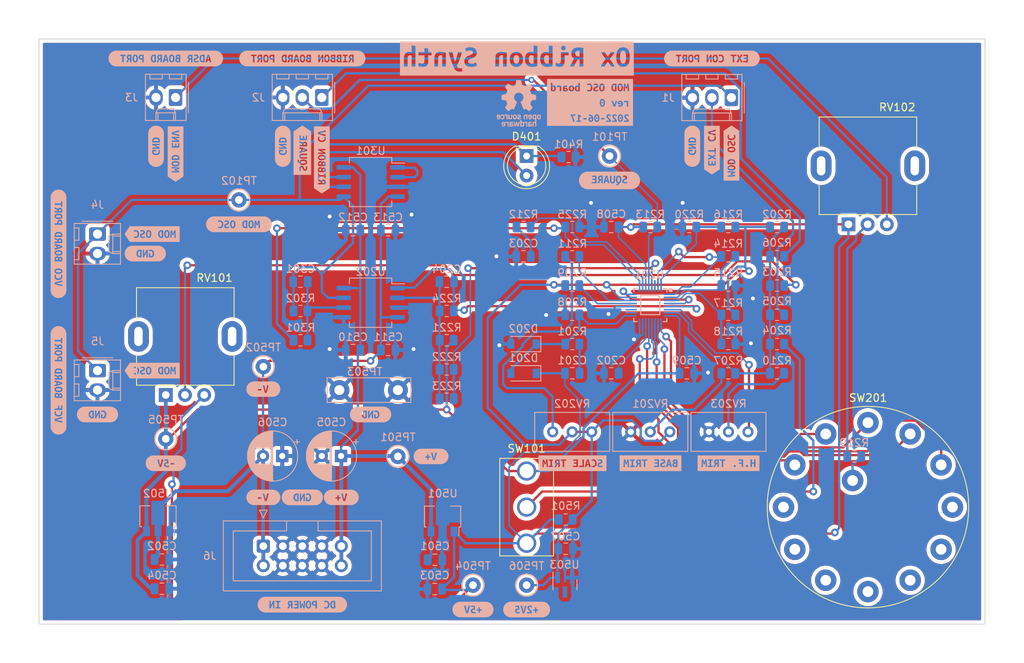
<source format=kicad_pcb>
(kicad_pcb (version 20211014) (generator pcbnew)
  (title_block (title "Josh Ox Ribbon Synth Mod Osc board") (date "2022-06-17") (rev "0") (comment 2 "creativecommons.org/licences/by/4.0") (comment 3 "license: CC by 4.0") (comment 4 "Author: Jordan Aceto"))
  (layers (0 "F.Cu" signal) (31 "B.Cu" signal) (34 "B.Paste" user) (35 "F.Paste" user) (36 "B.SilkS" user "B.Silkscreen") (37 "F.SilkS" user "F.Silkscreen") (38 "B.Mask" user) (39 "F.Mask" user) (44 "Edge.Cuts" user))
  (net 0 "")
  (net 1 "Net-(C201-Pad1)")
  (net 2 "Net-(C202-Pad1)")
  (net 3 "GND")
  (net 4 "Net-(C203-Pad1)")
  (net 5 "Net-(C204-Pad1)")
  (net 6 "/VCO_core/DOWN_SAW")
  (net 7 "Net-(C301-Pad1)")
  (net 8 "/MOD_OSC_OUT")
  (net 9 "+15V")
  (net 10 "-15V")
  (net 11 "-5V")
  (net 12 "Net-(D201-Pad2)")
  (net 13 "Net-(R401-Pad2)")
  (net 14 "Net-(U301-Pad7)")
  (net 15 "/VCO_core/V_PER_OCT_IN_1")
  (net 16 "/VCO_core/V_PER_OCT_IN_2")
  (net 17 "/VCO_core/RAW_SQUARE_OUT")
  (net 18 "/MOD_ADSR")
  (net 19 "Net-(R202-Pad1)")
  (net 20 "+2V5_REF")
  (net 21 "/VCO_core/COARSE_TUNE_IN")
  (net 22 "/VCO_core/RANGE_CV_IN")
  (net 23 "Net-(R207-Pad2)")
  (net 24 "Net-(R209-Pad1)")
  (net 25 "Net-(R210-Pad1)")
  (net 26 "Net-(R211-Pad1)")
  (net 27 "Net-(R211-Pad2)")
  (net 28 "Net-(R212-Pad1)")
  (net 29 "Net-(R214-Pad1)")
  (net 30 "Net-(R214-Pad2)")
  (net 31 "Net-(R216-Pad2)")
  (net 32 "Net-(R217-Pad1)")
  (net 33 "/VCO_core/VOLUME_CV_IN")
  (net 34 "Net-(R219-Pad2)")
  (net 35 "Net-(R222-Pad1)")
  (net 36 "/VCO_core/SWITCHED_OUT")
  (net 37 "Net-(RV203-Pad3)")
  (net 38 "/VCO_core/SINE")
  (net 39 "Net-(SW201-Pad1)")
  (net 43 "Net-(SW201-Pad2)")
  (net 44 "Net-(SW201-Pad3)")
  (net 45 "Net-(SW201-Pad4)")
  (net 46 "Net-(SW201-Pad5)")
  (net 54 "+5V")
  (net 55 "Net-(U301-Pad1)")
  (footprint "custom_footprints:SPDT_mini_toggle" (layer "F.Cu") (at 100.33 99.06 180)
    (fp_text reference "SW101")
    (fp_text value "SW_SPDT_MSM")
  )
  (footprint "custom_footprints:Potentiometer_P260T" (layer "F.Cu") (at 55.88 76.835 90)
    (fp_text reference "RV101")
    (fp_text value "10k")
  )
  (footprint "custom_footprints:apha_SR2612F-0112" (layer "F.Cu") (at 144.78 99.06 90)
    (fp_text reference "SW201")
    (fp_text value "alpha_SR2612F-0112")
  )
  (footprint "custom_footprints:Potentiometer_P260T" (layer "F.Cu") (at 144.78 54.61 90)
    (fp_text reference "RV102")
    (fp_text value "10k")
  )
  (footprint "LED_THT:LED_D5.0mm" (layer "F.Cu") (at 100.33 53.34 -90)
    (fp_text reference locked "D401")
    (fp_text value "red_green")
  )
  (footprint "kibuzzard-62AC7D00" (layer "B.Cu") (at 124.46 52.578 90)
    (fp_text reference "kibuzzard-62AC7D00" hide)
    (fp_text value "G***" hide)
  )
  (footprint "Capacitor_THT:CP_Radial_D6.3mm_P2.50mm" (layer "B.Cu") (at 76.1638 92.4052 180)
    (fp_text reference "C505")
    (fp_text value "10u")
  )
  (footprint "Diode_SMD:D_SOD-123" (layer "B.Cu") (at 99.9236 81.6356 180)
    (fp_text reference "D201")
    (fp_text value "1N4148W")
  )
  (footprint "kibuzzard-62AC7F0B" (layer "B.Cu") (at 126.619 93.345 180)
    (fp_text reference "kibuzzard-62AC7F0B" hide)
    (fp_text value "G***" hide)
  )
  (footprint "Resistor_SMD:R_0805_2012Metric" (layer "B.Cu") (at 89.9264 73.5158)
    (fp_text reference "R224")
    (fp_text value "100k")
  )
  (footprint "Potentiometer_THT:Potentiometer_Bourns_3296W_Vertical" (layer "B.Cu") (at 103.7236 89.2556 180)
    (fp_text reference "RV202")
    (fp_text value "5k")
  )
  (footprint "kibuzzard-62AC755C" (layer "B.Cu") (at 80.01 86.995 180)
    (fp_text reference "kibuzzard-62AC755C" hide)
    (fp_text value "G***" hide)
  )
  (footprint "kibuzzard-62AC7DB6" (layer "B.Cu") (at 62.865 62.23 180)
    (fp_text reference "kibuzzard-62AC7DB6" hide)
    (fp_text value "G***" hide)
  )
  (footprint "Package_SO:SO-8_5.3x6.2mm_P1.27mm" (layer "B.Cu") (at 80.01 56.7182 180)
    (fp_text reference "U301")
    (fp_text value "TL072")
  )
  (footprint "kibuzzard-62AC7D1D" (layer "B.Cu") (at 39.37 82.55 90)
    (fp_text reference "kibuzzard-62AC7D1D" hide)
    (fp_text value "G***" hide)
  )
  (footprint "Resistor_SMD:R_0805_2012Metric" (layer "B.Cu") (at 106.2736 74.0156 180)
    (fp_text reference "R208")
    (fp_text value "10k")
  )
  (footprint "Capacitor_SMD:C_0805_2012Metric" (layer "B.Cu") (at 52.832 105.8795 180)
    (fp_text reference "C502")
    (fp_text value "330n")
  )
  (footprint "kibuzzard-62AC7EE1" (layer "B.Cu") (at 106.299 93.345 180)
    (fp_text reference "kibuzzard-62AC7EE1" hide)
    (fp_text value "G***" hide)
  )
  (footprint "Resistor_SMD:R_0805_2012Metric" (layer "B.Cu") (at 132.9436 66.3956)
    (fp_text reference "R206")
    (fp_text value "100K")
  )
  (footprint "Capacitor_SMD:C_0805_2012Metric" (layer "B.Cu") (at 111.3536 81.6356 180)
    (fp_text reference "C202")
    (fp_text value "3N9 COG")
  )
  (footprint "Capacitor_SMD:C_0805_2012Metric" (layer "B.Cu") (at 77.724 78.5958 180)
    (fp_text reference "C510")
    (fp_text value "100n")
  )
  (footprint "TestPoint:TestPoint_Keystone_5000-5004_Miniature" (layer "B.Cu") (at 100.33 109.22 180)
    (fp_text reference "TP506")
    (fp_text value "2v5_ref")
  )
  (footprint "kibuzzard-62AC7D44" (layer "B.Cu") (at 53.34 40.64 180)
    (fp_text reference "kibuzzard-62AC7D44" hide)
    (fp_text value "G***" hide)
  )
  (footprint "Capacitor_SMD:C_0805_2012Metric" (layer "B.Cu") (at 89.9264 69.7058)
    (fp_text reference "C204")
    (fp_text value "C")
  )
  (footprint "Package_SO:SO-8_5.3x6.2mm_P1.27mm" (layer "B.Cu") (at 80.01 72.4408 180)
    (fp_text reference "U202")
    (fp_text value "TL072")
  )
  (footprint "Connector_Molex:Molex_KK-254_AE-6410-03A_1x03_P2.54mm_Vertical" (layer "B.Cu") (at 127 45.74 180)
    (fp_text reference "J1")
    (fp_text value "ext_port")
  )
  (footprint "kibuzzard-62AC911A" (layer "B.Cu") (at 54.61 53.086 90)
    (fp_text reference "kibuzzard-62AC911A" hide)
    (fp_text value "G***" hide)
  )
  (footprint "Package_TO_SOT_SMD:SOT-89-3" (layer "B.Cu") (at 52.324 100.5455 90)
    (fp_text reference "U502")
    (fp_text value "L79L05_SOT89")
  )
  (footprint "kibuzzard-62AC7C76" (layer "B.Cu") (at 51.562 81.28 180)
    (fp_text reference "kibuzzard-62AC7C76" hide)
    (fp_text value "G***" hide)
  )
  (footprint "Resistor_SMD:R_0805_2012Metric" (layer "B.Cu") (at 105.41 100.6765)
    (fp_text reference "R501")
    (fp_text value "1k8")
  )
  (footprint "Resistor_SMD:R_0805_2012Metric" (layer "B.Cu") (at 132.9436 74.0156)
    (fp_text reference "R205")
    (fp_text value "100K")
  )
  (footprint "TestPoint:TestPoint_Keystone_5000-5004_Miniature" (layer "B.Cu") (at 93.345 109.22 180)
    (fp_text reference "TP504")
    (fp_text value "+5v")
  )
  (footprint "Capacitor_SMD:C_0805_2012Metric" (layer "B.Cu") (at 88.392 105.918)
    (fp_text reference "C501")
    (fp_text value "330n")
  )
  (footprint "Capacitor_SMD:C_0805_2012Metric" (layer "B.Cu") (at 111.3536 62.5856 180)
    (fp_text reference "C508")
    (fp_text value "100n")
  )
  (footprint "Resistor_SMD:R_0805_2012Metric" (layer "B.Cu") (at 106.2736 70.2056 180)
    (fp_text reference "R209")
    (fp_text value "?")
  )
  (footprint "Capacitor_SMD:C_0805_2012Metric" (layer "B.Cu") (at 82.296 78.5958 180)
    (fp_text reference "C511")
    (fp_text value "100n")
  )
  (footprint "Resistor_SMD:R_0805_2012Metric" (layer "B.Cu") (at 126.5936 62.5856 180)
    (fp_text reference "R216")
    (fp_text value "10k")
  )
  (footprint "Resistor_SMD:R_0805_2012Metric" (layer "B.Cu") (at 70.8764 77.3258)
    (fp_text reference "R301")
    (fp_text value "100k")
  )
  (footprint "kibuzzard-62AC7C76" (layer "B.Cu") (at 51.562 63.5 180)
    (fp_text reference "kibuzzard-62AC7C76" hide)
    (fp_text value "G***" hide)
  )
  (footprint "Resistor_SMD:R_0805_2012Metric" (layer "B.Cu") (at 89.9264 84.9458 180)
    (fp_text reference "R223")
    (fp_text value "100k")
  )
  (footprint "Potentiometer_THT:Potentiometer_Bourns_3296W_Vertical" (layer "B.Cu") (at 113.8936 89.2556 180)
    (fp_text reference "RV201")
    (fp_text value "5k")
  )
  (footprint "Resistor_SMD:R_0805_2012Metric" (layer "B.Cu") (at 116.4336 62.5856 180)
    (fp_text reference "R213")
    (fp_text value "4k7")
  )
  (footprint "Resistor_SMD:R_0805_2012Metric" (layer "B.Cu") (at 70.8764 73.5158 180)
    (fp_text reference "R302")
    (fp_text value "200k")
  )
  (footprint "Potentiometer_THT:Potentiometer_Bourns_3296W_Vertical" (layer "B.Cu") (at 124.079 89.2556 180)
    (fp_text reference "RV203")
    (fp_text value "5k")
  )
  (footprint "Capacitor_SMD:C_0805_2012Metric" (layer "B.Cu") (at 52.832 109.6895 180)
    (fp_text reference "C504")
    (fp_text value "100n")
  )
  (footprint "kibuzzard-62AC7DA9" (layer "B.Cu") (at 111.125 56.515 180)
    (fp_text reference "kibuzzard-62AC7DA9" hide)
    (fp_text value "G***" hide)
  )
  (footprint "kibuzzard-62AC755C" (layer "B.Cu") (at 52.07 52.07 90)
    (fp_text reference "kibuzzard-62AC755C" hide)
    (fp_text value "G***" hide)
  )
  (footprint "kibuzzard-62AC7CCE" (layer "B.Cu") (at 71.12 52.578 90)
    (fp_text reference "kibuzzard-62AC7CCE" hide)
    (fp_text value "G***" hide)
  )
  (footprint "Resistor_SMD:R_0805_2012Metric" (layer "B.Cu") (at 132.9436 77.8256)
    (fp_text reference "R204")
    (fp_text value "100k")
  )
  (footprint "kibuzzard-62AC7CEB" (layer "B.Cu") (at 73.66 53.848 90)
    (fp_text reference "kibuzzard-62AC7CEB" hide)
    (fp_text value "G***" hide)
  )
  (footprint "Resistor_SMD:R_0805_2012Metric" (layer "B.Cu") (at 126.5936 66.3956 180)
    (fp_text reference "R214")
    (fp_text value "3K9")
  )
  (footprint "Connector_Molex:Molex_KK-254_AE-6410-02A_1x02_P2.54mm_Vertical" (layer "B.Cu") (at 44.45 81.28 -90)
    (fp_text reference "J5")
    (fp_text value "vcf_board_port")
  )
  (footprint "kibuzzard-62AC755C" (layer "B.Cu") (at 121.899312 52.059767 90)
    (fp_text reference "kibuzzard-62AC755C" hide)
    (fp_text value "G***" hide)
  )
  (footprint "kibuzzard-62AC792A" (layer "B.Cu") (at 66.04 83.693 180)
    (fp_text reference "kibuzzard-62AC792A" hide)
    (fp_text value "G***" hide)
  )
  (footprint "custom_footprints:PQN32_HandSoldering" (layer "B.Cu") (at 116.4336 72.7456 180)
    (fp_text reference "U201")
    (fp_text value "SSI2130")
  )
  (footprint "TestPoint:TestPoint_Keystone_5000-5004_Miniature" (layer "B.Cu") (at 53.34 90.17 180)
    (fp_text reference "TP505")
    (fp_text value "-5v")
  )
  (footprint "TestPoint:TestPoint_Keystone_5000-5004_Miniature" (layer "B.Cu") (at 62.865 59.055 180)
    (fp_text reference "TP102")
    (fp_text value "modosc_out")
  )
  (footprint "kibuzzard-62AC791A" (layer "B.Cu") (at 87.884 92.456 180)
    (fp_text reference "kibuzzard-62AC791A" hide)
    (fp_text value "G***" hide)
  )
  (footprint "Capacitor_THT:CP_Radial_D6.3mm_P2.50mm" (layer "B.Cu") (at 68.5038 92.4052 180)
    (fp_text reference "C506")
    (fp_text value "10u")
  )
  (footprint "kibuzzard-62AC755C" (layer "B.Cu") (at 71.12 97.79 180)
    (fp_text reference "kibuzzard-62AC755C" hide)
    (fp_text value "G***" hide)
  )
  (footprint "kibuzzard-62AC7C76" (layer "B.Cu") (at 127 52.959 90)
    (fp_text reference "kibuzzard-62AC7C76" hide)
    (fp_text value "G***" hide)
  )
  (footprint "kibuzzard-62AC7EA8" (layer "B.Cu") (at 53.34 93.345 180)
    (fp_text reference "kibuzzard-62AC7EA8" hide)
    (fp_text value "G***" hide)
  )
  (footprint "kibuzzard-62AC7D30" (layer "B.Cu") (at 39.37 64.77 90)
    (fp_text reference "kibuzzard-62AC7D30" hide)
    (fp_text value "G***" hide)
  )
  (footprint "TestPoint:TestPoint_Bridge_Pitch7.62mm_Drill1.3mm" (layer "B.Cu") (at 75.946 83.82)
    (fp_text reference "TP503")
    (fp_text value "GND")
  )
  (footprint "Resistor_SMD:R_0805_2012Metric" (layer "B.Cu") (at 126.5936 74.0156)
    (fp_text reference "R217")
    (fp_text value "12K")
  )
  (footprint "Resistor_SMD:R_0805_2012Metric" (layer "B.Cu") (at 143.002 92.456)
    (fp_text reference "R219")
    (fp_text value "100k")
  )
  (footprint "kibuzzard-62AC7A9F" (layer "B.Cu") (at 99.06 40.64 180)
    (fp_text reference "kibuzzard-62AC7A9F" hide)
    (fp_text value "G***" hide)
  )
  (footprint "Capacitor_SMD:C_0805_2012Metric" (layer "B.Cu") (at 77.724 62.992 180)
    (fp_text reference "C512")
    (fp_text value "100n")
  )
  (footprint "Resistor_SMD:R_0805_2012Metric" (layer "B.Cu") (at 126.5936 77.8256 180)
    (fp_text reference "R218")
    (fp_text value "4K7")
  )
  (footprint "Package_TO_SOT_SMD:SOT-23" (layer "B.Cu") (at 105.318 109.1785 -90)
    (fp_text reference "U503")
    (fp_text value "LM4040C-2.5")
  )
  (footprint "Connector_Molex:Molex_KK-254_AE-6410-02A_1x02_P2.54mm_Vertical" (layer "B.Cu") (at 44.45 63.5 -90)
    (fp_text reference "J4")
    (fp_text value "vco_board_port")
  )
  (footprint "Resistor_SMD:R_0805_2012Metric" (layer "B.Cu") (at 106.2736 62.5856 180)
    (fp_text reference "R225")
    (fp_text value "10k")
  )
  (footprint "kibuzzard-62AC791A" (layer "B.Cu") (at 76.2 97.79 180)
    (fp_text reference "kibuzzard-62AC791A" hide)
    (fp_text value "G***" hide)
  )
  (footprint "kibuzzard-62AC755C" (layer "B.Cu") (at 68.58 52.07 90)
    (fp_text reference "kibuzzard-62AC755C" hide)
    (fp_text value "G***" hide)
  )
  (footprint "kibuzzard-62AC7D68" (layer "B.Cu") (at 124.46 40.64 180)
    (fp_text reference "kibuzzard-62AC7D68" hide)
    (fp_text value "G***" hide)
  )
  (footprint "Connector_Molex:Molex_KK-254_AE-6410-03A_1x03_P2.54mm_Vertical" (layer "B.Cu") (at 73.66 45.72 180)
    (fp_text reference "J2")
    (fp_text value "ribbon_board_port")
  )
  (footprint "Resistor_SMD:R_0805_2012Metric" (layer "B.Cu") (at 121.5136 62.5856 180)
    (fp_text reference "R220")
    (fp_text value "10k")
  )
  (footprint "Capacitor_SMD:C_0805_2012Metric" (layer "B.Cu") (at 106.2736 81.6356 180)
    (fp_text reference "C201")
    (fp_text value "10u")
  )
  (footprint "Capacitor_SMD:C_0805_2012Metric" (layer "B.Cu") (at 88.368 109.728 180)
    (fp_text reference "C503")
    (fp_text value "100n")
  )
  (footprint "kibuzzard-62AC7DF7" (layer "B.Cu") (at 108.585 46.355 180)
    (fp_text reference "kibuzzard-62AC7DF7" hide)
    (fp_text value "G***" hide)
  )
  (footprint "Capacitor_SMD:C_0805_2012Metric" (layer "B.Cu") (at 121.1936 81.6356 180)
    (fp_text reference "C509")
    (fp_text value "100n")
  )
  (footprint "kibuzzard-62AC7D79" (layer "B.Cu") (at 93.345 112.395 180)
    (fp_text reference "kibuzzard-62AC7D79" hide)
    (fp_text value "G***" hide)
  )
  (footprint "Resistor_SMD:R_0805_2012Metric" (layer "B.Cu") (at 126.5936 81.6356 180)
    (fp_text reference "R207")
    (fp_text value "100k")
  )
  (footprint "Resistor_SMD:R_0805_2012Metric" (layer "B.Cu") (at 132.9436 81.6356 180)
    (fp_text reference "R210")
    (fp_text value "270K")
  )
  (footprint "Resistor_SMD:R_0805_2012Metric" (layer "B.Cu") (at 132.9436 70.2056)
    (fp_text reference "R203")
    (fp_text value "100K")
  )
  (footprint "Resistor_SMD:R_0805_2012Metric" (layer "B.Cu") (at 105.791 53.467 180)
    (fp_text reference "R401")
    (fp_text value "1k2")
  )
  (footprint "Resistor_SMD:R_0805_2012Metric" (layer "B.Cu") (at 106.2736 77.8256 180)
    (fp_text reference "R201")
    (fp_text value "10k")
  )
  (footprint "Connector_Molex:Molex_KK-254_AE-6410-02A_1x02_P2.54mm_Vertical" (layer "B.Cu") (at 54.61 45.72 180)
    (fp_text reference "J3")
    (fp_text value "adsr_board_port")
  )
  (footprint "kibuzzard-62AC7D55" (layer "B.Cu") (at 71.12 40.64 180)
    (fp_text reference "kibuzzard-62AC7D55" hide)
    (fp_text value "G***" hide)
  )
  (footprint "Resistor_SMD:R_0805_2012Metric" (layer "B.Cu") (at 106.2736 66.3956)
    (fp_text reference "R211")
    (fp_text value "47K")
  )
  (footprint "kibuzzard-62AC755C" (layer "B.Cu") (at 50.673 66.04 180)
    (fp_text reference "kibuzzard-62AC755C" hide)
    (fp_text value "G***" hide)
  )
  (footprint "TestPoint:TestPoint_Keystone_5000-5004_Miniature" (layer "B.Cu") (at 66.04 80.772 180)
    (fp_text reference "TP502")
    (fp_text value "V-")
  )
  (footprint "kibuzzard-62AC755C" (layer "B.Cu") (at 44.45 86.995 180)
    (fp_text reference "kibuzzard-62AC755C" hide)
    (fp_text value "G***" hide)
  )
  (footprint "Capacitor_SMD:C_0805_2012Metric" (layer "B.Cu") (at 105.41 104.4865)
    (fp_text reference "C507")
    (fp_text value "100n")
  )
  (footprint "Diode_SMD:D_SOD-123" (layer "B.Cu") (at 99.9236 77.8256 180)
    (fp_text reference "D202")
    (fp_text value "1N4148W")
  )
  (footprint "TestPoint:TestPoint_Keystone_5000-5004_Miniature" (layer "B.Cu") (at 111.125 53.34 180)
    (fp_text reference "TP101")
    (fp_text value "square_out")
  )
  (footprint "Resistor_SMD:R_0805_2012Metric" (layer "B.Cu") (at 99.9236 62.5856 180)
    (fp_text reference "R212")
    (fp_text value "270")
  )
  (footprint "Connector_IDC:IDC-Header_2x05_P2.54mm_Vertical" (layer "B.Cu") (at 66.04 104.14 -90)
    (fp_text reference "J6")
    (fp_text value "power_entry")
  )
  (footprint "Resistor_SMD:R_0805_2012Metric" (layer "B.Cu") (at 132.9436 62.5856 180)
    (fp_text reference "R202")
    (fp_text value "100K")
  )
  (footprint "kibuzzard-62AC7D8B" (layer "B.Cu") (at 100.33 112.395 180)
    (fp_text reference "kibuzzard-62AC7D8B" hide)
    (fp_text value "G***" hide)
  )
  (footprint "kibuzzard-62AC792A" (layer "B.Cu") (at 66.04 97.79 180)
    (fp_text reference "kibuzzard-62AC792A" hide)
    (fp_text value "G***" hide)
  )
  (footprint "Resistor_SMD:R_0805_2012Metric" (layer "B.Cu") (at 89.9264 81.1358 180)
    (fp_text reference "R222")
    (fp_text value "100k")
  )
  (footprint "Capacitor_SMD:C_0805_2012Metric" (layer "B.Cu") (at 82.296 62.992 180)
    (fp_text reference "C513")
    (fp_text value "100n")
  )
  (footprint "Capacitor_SMD:C_0805_2012Metric" (layer "B.Cu") (at 70.8764 69.7058 180)
    (fp_text reference "C301")
    (fp_text value "C")
  )
  (footprint "Resistor_SMD:R_0805_2012Metric" (layer "B.Cu") (at 126.5936 70.2056 180)
    (fp_text reference "R215")
    (fp_text value "4K7")
  )
  (footprint "Symbol:OSHW-Logo_5.7x6mm_SilkScreen" (layer "B.Cu") (at 99.314 46.482 180)
    (fp_text reference "REF**" hide)
    (fp_text value "OSHW-Logo_5.7x6mm_SilkScreen" hide)
  )
  (footprint "kibuzzard-62AC78CB" (layer "B.Cu") (at 71.12 111.76 180)
    (fp_text reference "kibuzzard-62AC78CB" hide)
    (fp_text value "G***" hide)
  )
  (footprint "Capacitor_SMD:C_0805_2012Metric" (layer "B.Cu") (at 99.9236 66.3956 180)
    (fp_text reference "C203")
    (fp_text value "10N")
  )
  (footprint "TestPoint:TestPoint_Keystone_5000-5004_Miniature" (layer "B.Cu") (at 83.566 92.456 180)
    (fp_text reference "TP501")
    (fp_text value "V+")
  )
  (footprint "Package_TO_SOT_SMD:SOT-89-3" (layer "B.Cu") (at 89.384 100.584 90)
    (fp_text reference "U501")
    (fp_text value "L78L05_SOT89")
  )
  (footprint "kibuzzard-62AC7EFA" (layer "B.Cu") (at 116.459 93.345 180)
    (fp_text reference "kibuzzard-62AC7EFA" hide)
    (fp_text value "G***" hide)
  )
  (footprint "Resistor_SMD:R_0805_2012Metric" (layer "B.Cu") (at 89.9264 77.3258 180)
    (fp_text reference "R221")
    (fp_text value "200k")
  )
  (gr_line (start 160.02 38.1) (end 36.83 38.1) (layer "Edge.Cuts") (width 0.1))
  (gr_line (start 160.02 114.3) (end 160.02 38.1) (layer "Edge.Cuts") (width 0.1))
  (gr_line (start 36.83 114.3) (end 160.02 114.3) (layer "Edge.Cuts") (width 0.1))
  (gr_line (start 36.83 38.1) (end 36.83 114.3) (layer "Edge.Cuts") (width 0.1))
  (segment (start 107.2236 77.8631) (end 107.1861 77.8256) (width 0.2) (layer "B.Cu") (net 1))
  (segment (start 107.2236 81.6356) (end 107.2236 77.8631) (width 0.3) (layer "B.Cu") (net 1))
  (segment (start 112.3036 80.659252) (end 115.8336 77.129252) (width 0.2) (layer "B.Cu") (net 2))
  (segment (start 112.3036 81.6356) (end 112.3036 80.659252) (width 0.2) (layer "B.Cu") (net 2))
  (segment (start 115.8336 77.129252) (end 115.8336 75.2456) (width 0.2) (layer "B.Cu") (net 2))
  (via (at 96.393 66.3956) (size 1) (drill 0.5) (layers "F.Cu" "B.Cu") (net 3))
  (via (at 108.712 59.436) (size 1) (drill 0.5) (layers "F.Cu" "B.Cu") (net 3))
  (via (at 114.3 77.216) (size 1) (drill 0.5) (layers "F.Cu" "B.Cu") (net 3))
  (via (at 74.676 78.486) (size 1) (drill 0.5) (layers "F.Cu" "B.Cu") (net 3))
  (via (at 96.774 77.978) (size 1) (drill 0.5) (layers "F.Cu" "B.Cu") (net 3))
  (via (at 129.794 71.882) (size 1) (drill 0.5) (layers "F.Cu" "B.Cu") (net 3))
  (via (at 85.598 78.486) (size 1) (drill 0.5) (layers "F.Cu" "B.Cu") (net 3))
  (via (at 102.87 74.041) (size 1) (drill 0.5) (layers "F.Cu" "B.Cu") (net 3))
  (via (at 123.952 81.534) (size 1) (drill 0.5) (layers "F.Cu" "B.Cu") (net 3))
  (via (at 110.998 73.914) (size 1) (drill 0.5) (layers "F.Cu" "B.Cu") (net 3))
  (via (at 120.65 59.436) (size 1) (drill 0.5) (layers "F.Cu" "B.Cu") (net 3))
  (via (at 85.344 60.96) (size 1) (drill 0.5) (layers "F.Cu" "B.Cu") (net 3))
  (via (at 74.676 61.214) (size 1) (drill 0.5) (layers "F.Cu" "B.Cu") (net 3))
  (via (at 129.54 77.724) (size 1) (drill 0.5) (layers "F.Cu" "B.Cu") (net 3))
  (segment (start 115.4336 75.2456) (end 115.4336 76.5904) (width 0.2) (layer "B.Cu") (net 3))
  (segment (start 115.316 76.708) (end 115.062 76.708) (width 0.2) (layer "B.Cu") (net 3))
  (segment (start 114.8364 76.6796) (end 114.3 77.216) (width 0.2) (layer "B.Cu") (net 3))
  (segment (start 115.0336 76.6796) (end 114.8364 76.6796) (width 0.2) (layer "B.Cu") (net 3))
  (segment (start 115.0336 76.6796) (end 115.0336 75.2456) (width 0.2) (layer "B.Cu") (net 3))
  (segment (start 115.062 76.708) (end 115.0336 76.6796) (width 0.2) (layer "B.Cu") (net 3))
  (segment (start 111.9664 72.9456) (end 110.998 73.914) (width 0.2) (layer "B.Cu") (net 3))
  (segment (start 115.4336 76.5904) (end 115.316 76.708) (width 0.2) (layer "B.Cu") (net 3))
  (segment (start 113.9336 72.9456) (end 111.9664 72.9456) (width 0.2) (layer "B.Cu") (net 3))
  (segment (start 100.8736 64.4481) (end 99.0111 62.5856) (width 0.3) (layer "B.Cu") (net 4))
  (segment (start 100.8736 66.3956) (end 100.8736 64.4481) (width 0.3) (layer "B.Cu") (net 4))
  (segment (start 88.8496 71.8058) (end 88.9764 71.9326) (width 0.3) (layer "B.Cu") (net 5))
  (segment (start 83.5914 71.8058) (end 88.8496 71.8058) (width 0.3) (layer "B.Cu") (net 5))
  (segment (start 88.9764 84.9083) (end 89.0139 84.9458) (width 0.3) (layer "B.Cu") (net 5))
  (segment (start 88.9764 69.7058) (end 88.9764 71.9326) (width 0.3) (layer "B.Cu") (net 5))
  (segment (start 88.9764 71.9326) (end 88.9764 84.9083) (width 0.3) (layer "B.Cu") (net 5))
  (segment (start 92.71 72.898) (end 92.202 73.406) (width 0.3) (layer "F.Cu") (net 6))
  (segment (start 122.4534 73.2282) (end 122.1232 72.898) (width 0.3) (layer "F.Cu") (net 6))
  (segment (start 122.1232 72.898) (end 92.71 72.898) (width 0.3) (layer "F.Cu") (net 6))
  (via (at 122.4534 73.2282) (size 1) (drill 0.5) (layers "F.Cu" "B.Cu") (net 6))
  (via (at 92.202 73.406) (size 1) (drill 0.5) (layers "F.Cu" "B.Cu") (net 6))
  (segment (start 90.8389 73.5158) (end 90.8389 69.7433) (width 0.3) (layer "B.Cu") (net 6))
  (segment (start 92.202 73.406) (end 90.9487 73.406) (width 0.2) (layer "B.Cu") (net 6))
  (segment (start 122.1708 72.9456) (end 122.4534 73.2282) (width 0.2) (layer "B.Cu") (net 6))
  (segment (start 90.297 68.072) (end 88.138 68.072) (width 0.3) (layer "B.Cu") (net 6))
  (segment (start 90.9487 73.406) (end 90.8389 73.5158) (width 0.2) (layer "B.Cu") (net 6))
  (segment (start 90.678 68.453) (end 90.297 68.072) (width 0.3) (layer "B.Cu") (net 6))
  (segment (start 83.6422 70.485) (end 83.5914 70.5358) (width 0.3) (layer "B.Cu") (net 6))
  (segment (start 90.8389 69.7433) (end 90.8764 69.7058) (width 0.3) (layer "B.Cu") (net 6))
  (segment (start 90.678 69.5074) (end 90.678 68.453) (width 0.3) (layer "B.Cu") (net 6))
  (segment (start 118.9336 72.9456) (end 122.1708 72.9456) (width 0.2) (layer "B.Cu") (net 6))
  (segment (start 85.725 70.485) (end 83.6422 70.485) (width 0.3) (layer "B.Cu") (net 6))
  (segment (start 88.138 68.072) (end 85.725 70.485) (width 0.3) (layer "B.Cu") (net 6))
  (segment (start 90.8764 69.7058) (end 90.678 69.5074) (width 0.3) (layer "B.Cu") (net 6))
  (segment (start 76.5914 73.0758) (end 72.2289 73.0758) (width 0.3) (layer "B.Cu") (net 7))
  (segment (start 71.7889 77.3258) (end 71.7889 69.7433) (width 0.3) (layer "B.Cu") (net 7))
  (segment (start 72.2289 73.0758) (end 71.7889 73.5158) (width 0.3) (layer "B.Cu") (net 7))
  (segment (start 71.7889 69.7433) (end 71.8264 69.7058) (width 0.3) (layer "B.Cu") (net 7))
  (segment (start 41.91 66.04) (end 44.45 63.5) (width 0.3) (layer "B.Cu") (net 8))
  (segment (start 76.5914 71.8058) (end 74.4728 71.8058) (width 0.3) (layer "B.Cu") (net 8))
  (segment (start 69.9264 68.7576) (end 69.9264 69.7058) (width 0.3) (layer "B.Cu") (net 8))
  (segment (start 74.4728 71.8058) (end 73.66 70.993) (width 0.3) (layer "B.Cu") (net 8))
  (segment (start 76.51 58.6232) (end 76.0782 59.055) (width 0.3) (layer "B.Cu") (net 8))
  (segment (start 70.7898 59.055) (end 62.865 59.055) (width 0.3) (layer "B.Cu") (net 8))
  (segment (start 69.9639 69.7433) (end 69.9264 69.7058) (width 0.3) (layer "B.Cu") (net 8))
  (segment (start 125.443501 44.183501) (end 79.712915 44.183501) (width 0.3) (layer "B.Cu") (net 8))
  (segment (start 70.866 67.818) (end 69.9264 68.7576) (width 0.3) (layer "B.Cu") (net 8))
  (segment (start 70.7898 53.106616) (end 70.7898 59.055) (width 0.3) (layer "B.Cu") (net 8))
  (segment (start 79.712915 44.183501) (end 70.7898 53.106616) (width 0.3) (layer "B.Cu") (net 8))
  (segment (start 72.771 67.818) (end 70.866 67.818) (width 0.3) (layer "B.Cu") (net 8))
  (segment (start 77.724 59.8372) (end 77.724 64.643) (width 0.3) (layer "B.Cu") (net 8))
  (segment (start 44.45 81.28) (end 41.91 78.74) (width 0.3) (layer "B.Cu") (net 8))
  (segment (start 76.51 58.6232) (end 77.724 59.8372) (width 0.3) (layer "B.Cu") (net 8))
  (segment (start 73.66 68.707) (end 72.771 67.818) (width 0.3) (layer "B.Cu") (net 8))
  (segment (start 127 45.74) (end 125.443501 44.183501) (width 0.3) (layer "B.Cu") (net 8))
  (segment (start 48.895 59.055) (end 62.865 59.055) (width 0.3) (layer "B.Cu") (net 8))
  (segment (start 73.66 70.993) (end 73.66 68.707) (width 0.3) (layer "B.Cu") (net 8))
  (segment (start 44.45 63.5) (end 48.895 59.055) (width 0.3) (layer "B.Cu") (net 8))
  (segment (start 76.0782 59.055) (end 70.7898 59.055) (width 0.3) (layer "B.Cu") (net 8))
  (segment (start 69.9639 73.5158) (end 69.9639 69.7433) (width 0.3) (layer "B.Cu") (net 8))
  (segment (start 77.724 64.643) (end 73.66 68.707) (width 0.3) (layer "B.Cu") (net 8))
  (segment (start 41.91 78.74) (end 41.91 66.04) (width 0.3) (layer "B.Cu") (net 8))
  (segment (start 78.6638 70.5358) (end 78.674 70.546) (width 0.3) (layer "B.Cu") (net 9))
  (segment (start 78.359 89.027) (end 76.1638 91.2222) (width 0.3) (layer "B.Cu") (net 9))
  (segment (start 78.674 78.5958) (end 78.674 70.546) (width 0.3) (layer "B.Cu") (net 9))
  (segment (start 78.674 70.546) (end 78.674 62.992) (width 0.3) (layer "B.Cu") (net 9))
  (segment (start 76.2 106.68) (end 76.2 104.14) (width 0.5) (layer "B.Cu") (net 9))
  (segment (start 76.2 104.14) (end 76.2 92.4414) (width 0.5) (layer "B.Cu") (net 9))
  (segment (start 76.1638 92.4052) (end 83.5152 92.4052) (width 0.5) (layer "B.Cu") (net 9))
  (segment (start 76.1638 91.2222) (end 76.1638 92.4052) (width 0.3) (layer "B.Cu") (net 9))
  (segment (start 87.884 105.476) (end 87.442 105.918) (width 0.3) (layer "B.Cu") (net 9))
  (segment (start 78.674 55.814) (end 77.6732 54.8132) (width 0.3) (layer "B.Cu") (net 9))
  (segment (start 78.674 62.992) (end 78.674 55.814) (width 0.3) (layer "B.Cu") (net 9))
  (segment (start 77.6732 54.8132) (end 76.51 54.8132) (width 0.3) (layer "B.Cu") (net 9))
  (segment (start 78.674 78.5958) (end 78.359 78.9108) (width 0.3) (layer "B.Cu") (net 9))
  (segment (start 76.51 70.5358) (end 78.6638 70.5358) (width 0.3) (layer "B.Cu") (net 9))
  (segment (start 76.2 92.4414) (end 76.1638 92.4052) (width 0.5) (layer "B.Cu") (net 9))
  (segment (start 87.884 96.774) (end 87.884 102.234) (width 0.5) (layer "B.Cu") (net 9))
  (segment (start 87.884 102.234) (end 87.884 105.476) (width 0.3) (layer "B.Cu") (net 9))
  (segment (start 78.359 78.9108) (end 78.359 89.027) (width 0.3) (layer "B.Cu") (net 9))
  (segment (start 83.5152 92.4052) (end 87.884 96.774) (width 0.5) (layer "B.Cu") (net 9))
  (segment (start 65.913 80.899) (end 66.802 80.01) (width 0.3) (layer "F.Cu") (net 10))
  (segment (start 66.802 80.01) (end 80.01 80.01) (width 0.3) (layer "F.Cu") (net 10))
  (via (at 80.01 80.01) (size 1) (drill 0.5) (layers "F.Cu" "B.Cu") (net 10))
  (segment (start 82.3468 58.6232) (end 81.346 59.624) (width 0.3) (layer "B.Cu") (net 10))
  (segment (start 81.346 78.5958) (end 81.346 74.234) (width 0.3) (layer "B.Cu") (net 10))
  (segment (start 65.913 80.899) (end 66.0038 80.9898) (width 0.3) (layer "B.Cu") (net 10))
  (segment (start 66.0038 80.9898) (end 66.0038 92.4052) (width 0.3) (layer "B.Cu") (net 10))
  (segment (start 66.04 106.68) (end 66.04 104.14) (width 0.5) (layer "B.Cu") (net 10))
  (segment (start 66.04 104.14) (end 66.0038 104.1038) (width 0.5) (layer "B.Cu") (net 10))
  (segment (start 81.346 74.234) (end 81.346 62.992) (width 0.3) (layer "B.Cu") (net 10))
  (segment (start 66.0038 104.1038) (end 66.0038 92.4052) (width 0.5) (layer "B.Cu") (net 10))
  (segment (start 81.346 78.5958) (end 81.346 78.674) (width 0.3) (layer "B.Cu") (net 10))
  (segment (start 81.346 78.674) (end 80.01 80.01) (width 0.3) (layer "B.Cu") (net 10))
  (segment (start 83.51 58.6232) (end 82.3468 58.6232) (width 0.3) (layer "B.Cu") (net 10))
  (segment (start 52.324 105.4375) (end 51.882 105.8795) (width 0.5) (layer "B.Cu") (net 10))
  (segment (start 66.0038 92.4052) (end 61.429711 96.979289) (width 0.5) (layer "B.Cu") (net 10))
  (segment (start 52.324 102.108) (end 52.324 105.4375) (width 0.5) (layer "B.Cu") (net 10))
  (segment (start 83.51 74.3458) (end 81.4578 74.3458) (width 0.3) (layer "B.Cu") (net 10))
  (segment (start 81.346 59.624) (end 81.346 62.992) (width 0.3) (layer "B.Cu") (net 10))
  (segment (start 61.429711 96.979289) (end 54.623141 96.979289) (width 0.5) (layer "B.Cu") (net 10))
  (segment (start 52.324 99.27843) (end 52.324 102.108) (width 0.5) (layer "B.Cu") (net 10))
  (segment (start 81.4578 74.3458) (end 81.346 74.234) (width 0.3) (layer "B.Cu") (net 10))
  (segment (start 54.623141 96.979289) (end 52.324 99.27843) (width 0.5) (layer "B.Cu") (net 10))
  (segment (start 97.916 94.36) (end 89.916 86.36) (width 0.3) (layer "F.Cu") (net 11))
  (segment (start 57.483 86.36) (end 89.916 86.36) (width 0.3) (layer "F.Cu") (net 11))
  (segment (start 53.5065 90.3365) (end 57.483 86.36) (width 0.3) (layer "F.Cu") (net 11))
  (segment (start 100.33 94.36) (end 97.916 94.36) (width 0.3) (layer "F.Cu") (net 11))
  (via (at 89.916 86.36) (size 1) (drill 0.5) (layers "F.Cu" "B.Cu") (net 11))
  (segment (start 53.34 90.17) (end 53.34 84.455) (width 0.5) (layer "B.Cu") (net 11))
  (segment (start 107.734089 88.812593) (end 114.911082 81.6356) (width 0.3) (layer "B.Cu") (net 11))
  (segment (start 49.657 107.95) (end 49.657 103.3625) (width 0.5) (layer "B.Cu") (net 11))
  (segment (start 90.8389 77.3258) (end 89.916 78.2487) (width 0.3) (layer "B.Cu") (net 11))
  (segment (start 107.734089 89.862622) (end 107.734089 88.812593) (width 0.3) (layer "B.Cu") (net 11))
  (segment (start 89.916 78.2487) (end 89.916 86.36) (width 0.3) (layer "B.Cu") (net 11))
  (segment (start 103.236711 94.36) (end 107.734089 89.862622) (width 0.3) (layer "B.Cu") (net 11))
  (segment (start 51.3965 109.6895) (end 49.657 107.95) (width 0.5) (layer "B.Cu") (net 11))
  (segment (start 51.882 109.6895) (end 51.3965 109.6895) (width 0.5) (layer "B.Cu") (net 11))
  (segment (start 53.34 94.4005) (end 53.34 90.17) (width 0.5) (layer "B.Cu") (net 11))
  (segment (start 50.824 102.1955) (end 50.824 96.9165) (width 0.5) (layer "B.Cu") (net 11))
  (segment (start 114.911082 81.6356) (end 120.2436 81.6356) (width 0.3) (layer "B.Cu") (net 11))
  (segment (start 49.657 103.3625) (end 50.824 102.1955) (width 0.5) (layer "B.Cu") (net 11))
  (segment (start 120.2436 74.5236) (end 119.8656 74.1456) (width 0.2) (layer "B.Cu") (net 11))
  (segment (start 119.8656 74.1456) (end 118.9336 74.1456) (width 0.2) (layer "B.Cu") (net 11))
  (segment (start 120.2436 81.6356) (end 120.2436 74.5236) (width 0.2) (layer "B.Cu") (net 11))
  (segment (start 100.33 94.36) (end 103.236711 94.36) (width 0.3) (layer "B.Cu") (net 11))
  (segment (start 50.824 96.9165) (end 53.34 94.4005) (width 0.5) (layer "B.Cu") (net 11))
  (segment (start 98.2736 81.6356) (end 98.2736 81.1256) (width 0.2) (layer "B.Cu") (net 12))
  (segment (start 108.3545 75.184) (end 107.1861 74.0156) (width 0.2) (layer "B.Cu") (net 12))
  (segment (start 107.1861 76.0006) (end 107.1861 74.0156) (width 0.3) (layer "B.Cu") (net 12))
  (segment (start 113.9336 74.1456) (end 113.0524 74.1456) (width 0.2) (layer "B.Cu") (net 12))
  (segment (start 105.3611 77.8256) (end 101.5736 77.8256) (width 0.3) (layer "B.Cu") (net 12))
  (segment (start 112.014 75.184) (end 108.3545 75.184) (width 0.2) (layer "B.Cu") (net 12))
  (segment (start 98.2736 81.1256) (end 101.5736 77.8256) (width 0.3) (layer "B.Cu") (net 12))
  (segment (start 113.0524 74.1456) (end 112.014 75.184) (width 0.2) (layer "B.Cu") (net 12))
  (segment (start 105.3611 77.8256) (end 107.1861 76.0006) (width 0.3) (layer "B.Cu") (net 12))
  (segment (start 104.7515 53.34) (end 104.8785 53.467) (width 0.3) (layer "B.Cu") (net 13))
  (segment (start 74.4982 57.3532) (end 76.51 57.3532) (width 0.3) (layer "B.Cu") (net 13))
  (segment (start 73.787 51.816) (end 73.025 52.578) (width 0.3) (layer "B.Cu") (net 13))
  (segment (start 98.806 51.816) (end 73.787 51.816) (width 0.3) (layer "B.Cu") (net 13))
  (segment (start 100.33 53.34) (end 98.806 51.816) (width 0.3) (layer "B.Cu") (net 13))
  (segment (start 73.025 55.88) (end 74.4982 57.3532) (width 0.3) (layer "B.Cu") (net 13))
  (segment (start 73.025 52.578) (end 73.025 55.88) (width 0.3) (layer "B.Cu") (net 13))
  (segment (start 100.33 53.34) (end 104.7515 53.34) (width 0.3) (layer "B.Cu") (net 13))
  (segment (start 97.282 52.832) (end 100.33 55.88) (width 0.3) (layer "B.Cu") (net 14))
  (segment (start 76.51 56.0832) (end 74.4982 56.0832) (width 0.3) (layer "B.Cu") (net 14))
  (segment (start 74.4982 56.0832) (end 74.041 55.626) (width 0.3) (layer "B.Cu") (net 14))
  (segment (start 74.041 55.626) (end 74.041 53.213) (width 0.3) (layer "B.Cu") (net 14))
  (segment (start 74.422 52.832) (end 97.282 52.832) (width 0.3) (layer "B.Cu") (net 14))
  (segment (start 74.041 53.213) (end 74.422 52.832) (width 0.3) (layer "B.Cu") (net 14))
  (segment (start 132.99408 65.48152) (end 135.0264 63.4492) (width 0.3) (layer "B.Cu") (net 15))
  (segment (start 132.99408 73.15358) (end 132.99408 65.48152) (width 0.3) (layer "B.Cu") (net 15))
  (segment (start 135.0264 63.4492) (end 135.0264 61.8744) (width 0.3) (layer "B.Cu") (net 15))
  (segment (start 124.46 51.308) (end 124.46 45.74) (width 0.3) (layer "B.Cu") (net 15))
  (segment (start 133.8561 74.0156) (end 132.99408 73.15358) (width 0.3) (layer "B.Cu") (net 15))
  (segment (start 135.0264 61.8744) (end 124.46 51.308) (width 0.3) (layer "B.Cu") (net 15))
  (segment (start 126.143249 42.5704) (end 76.8096 42.5704) (width 0.3) (layer "B.Cu") (net 16))
  (segment (start 76.8096 42.5704) (end 73.66 45.72) (width 0.3) (layer "B.Cu") (net 16))
  (segment (start 128.21952 53.64512) (end 128.21952 44.646671) (width 0.3) (layer "B.Cu") (net 16))
  (segment (start 135.89 61.3156) (end 128.21952 53.64512) (width 0.3) (layer "B.Cu") (net 16))
  (segment (start 133.8561 66.3956) (end 135.89 64.3617) (width 0.3) (layer "B.Cu") (net 16))
  (segment (start 135.89 64.3617) (end 135.89 61.3156) (width 0.3) (layer "B.Cu") (net 16))
  (segment (start 128.21952 44.646671) (end 126.143249 42.5704) (width 0.3) (layer "B.Cu") (net 16))
  (segment (start 101.219 43.434) (end 100.965 43.434) (width 0.3) (layer "F.Cu") (net 17))
  (segment (start 111.125 53.34) (end 101.219 43.434) (width 0.3) (layer "F.Cu") (net 17))
  (via (at 100.965 43.434) (size 0.8) (drill 0.4) (layers "F.Cu" "B.Cu") (net 17))
  (segment (start 74.85708 47.16452) (end 78.5876 43.434) (width 0.3) (layer "B.Cu") (net 17))
  (segment (start 71.12 45.72) (end 72.56452 47.16452) (width 0.3) (layer "B.Cu") (net 17))
  (segment (start 78.5876 43.434) (end 100.965 43.434) (width 0.3) (layer "B.Cu") (net 17))
  (segment (start 117.3461 59.5611) (end 111.125 53.34) (width 0.2) (layer "B.Cu") (net 17))
  (segment (start 72.56452 47.16452) (end 74.85708 47.16452) (width 0.3) (layer "B.Cu") (net 17))
  (segment (start 116.2336 70.2456) (end 116.2336 63.6981) (width 0.2) (layer "B.Cu") (net 17))
  (segment (start 117.3461 62.5856) (end 117.3461 59.5611) (width 0.2) (layer "B.Cu") (net 17))
  (segment (start 116.2336 63.6981) (end 117.3461 62.5856) (width 0.2) (layer "B.Cu") (net 17))
  (segment (start 131.7752 40.64) (end 59.69 40.64) (width 0.3) (layer "B.Cu") (net 18))
  (segment (start 147.24 62.23) (end 147.24 56.1048) (width 0.3) (layer "B.Cu") (net 18))
  (segment (start 147.24 56.1048) (end 131.7752 40.64) (width 0.3) (layer "B.Cu") (net 18))
  (segment (start 59.69 40.64) (end 54.61 45.72) (width 0.3) (layer "B.Cu") (net 18))
  (segment (start 121.412 75.0824) (end 121.412 76.2) (width 0.2) (layer "B.Cu") (net 19))
  (segment (start 132.0311 66.3956) (end 132.0311 64.4106) (width 0.3) (layer "B.Cu") (net 19))
  (segment (start 120.0752 73.7456) (end 121.412 75.0824) (width 0.2) (layer "B.Cu") (net 19))
  (segment (start 125.4741 79.6036) (end 127.5061 81.6356) (width 0.2) (layer "B.Cu") (net 19))
  (segment (start 132.0311 81.6356) (end 132.0311 66.3956) (width 0.3) (layer "B.Cu") (net 19))
  (segment (start 121.412 76.2) (end 124.8156 79.6036) (width 0.2) (layer "B.Cu") (net 19))
  (segment (start 118.9336 73.7456) (end 120.0752 73.7456) (width 0.2) (layer "B.Cu") (net 19))
  (segment (start 127.5061 81.6356) (end 132.0311 81.6356) (width 0.3) (layer "B.Cu") (net 19))
  (segment (start 124.8156 79.6036) (end 125.4741 79.6036) (width 0.2) (layer "B.Cu") (net 19))
  (segment (start 132.0311 64.4106) (end 133.8561 62.5856) (width 0.3) (layer "B.Cu") (net 19))
  (segment (start 113.275608 70.097079) (end 113.282529 70.104) (width 0.3) (layer "F.Cu") (net 20))
  (segment (start 108.8036 89.2556) (end 106.2636 89.2556) (width 0.3) (layer "F.Cu") (net 20))
  (segment (start 110.744 70.104) (end 112.564935 70.104) (width 0.3) (layer "F.Cu") (net 20))
  (segment (start 112.571856 70.097079) (end 113.275608 70.097079) (width 0.3) (layer "F.Cu") (net 20))
  (segment (start 112.564935 70.104) (end 112.571856 70.097079) (width 0.3) (layer "F.Cu") (net 20))
  (segment (start 126.0602 70.104) (end 127.8382 68.326) (width 0.3) (layer "F.Cu") (net 20))
  (segment (start 127.8382 68.326) (end 129.286 68.326) (width 0.3) (layer "F.Cu") (net 20))
  (segment (start 113.282529 70.104) (end 126.0602 70.104) (width 0.3) (layer "F.Cu") (net 20))
  (segment (start 103.886 70.104) (end 110.744 70.104) (width 0.3) (layer "F.Cu") (net 20))
  (via (at 103.886 70.104) (size 1) (drill 0.5) (layers "F.Cu" "B.Cu") (net 20))
  (via (at 110.744 70.104) (size 1) (drill 0.5) (layers "F.Cu" "B.Cu") (net 20))
  (via (at 129.286 68.326) (size 1) (drill 0.5) (layers "F.Cu" "B.Cu") (net 20))
  (segment (start 118.9736 89.2556) (end 117.8052 90.424) (width 0.3) (layer "B.Cu") (net 20))
  (segment (start 113.6556 71.7456) (end 113.65512 71.74512) (width 0.2) (layer "B.Cu") (net 20))
  (segment (start 128.8034 62.5856) (end 128.8034 67.8434) (width 0.3) (layer "B.Cu") (net 20))
  (segment (start 103.9876 70.2056) (end 103.886 70.104) (width 0.3) (layer "B.Cu") (net 20))
  (segment (start 108.8036 89.2556) (end 108.8036 98.1954) (width 0.3) (layer "B.Cu") (net 20))
  (segment (start 113.261818 71.74608) (end 112.585646 71.74608) (width 0.2) (layer "B.Cu") (net 20))
  (segment (start 104.46 104.4865) (end 104.46 102.539) (width 0.3) (layer "B.Cu") (net 20))
  (segment (start 126.5682 68.961) (end 127.7874 67.7418) (width 0.3) (layer "B.Cu") (net 20))
  (segment (start 104.46 102.539) (end 106.3225 100.6765) (width 0.3) (layer "B.Cu") (net 20))
  (segment (start 112.38512 71.74512) (end 110.744 70.104) (width 0.2) (layer "B.Cu") (net 20))
  (segment (start 95.25 74.422) (end 95.25 86.106) (width 0.3) (layer "B.Cu") (net 20))
  (segment (start 108.8036 98.1954) (end 106.3225 100.6765) (width 0.3) (layer "B.Cu") (net 20))
  (segment (start 115.189 88.9) (end 114.046 87.757) (width 0.3) (layer "B.Cu") (net 20))
  (segment (start 115.697 90.424) (end 115.189 89.916) (width 0.3) (layer "B.Cu") (net 20))
  (segment (start 114.046 87.757) (end 110.3022 87.757) (width 0.3) (layer "B.Cu") (net 20))
  (segment (start 117.8052 90.424) (end 115.697 90.424) (width 0.3) (layer "B.Cu") (net 20))
  (segment (start 115.189 89.916) (end 115.189 88.9) (width 0.3) (layer "B.Cu") (net 20))
  (segment (start 99.568 70.104) (end 95.25 74.422) (width 0.3) (layer "B.Cu") (net 20))
  (segment (start 104.368 108.241) (end 103.4735 108.241) (width 0.3) (layer "B.Cu") (net 20))
  (segment (start 113.9336 71.7456) (end 113.6556 71.7456) (width 0.2) (layer "B.Cu") (net 20))
  (segment (start 104.368 108.241) (end 104.368 104.5785) (width 0.3) (layer "B.Cu") (net 20))
  (segment (start 112.584686 71.74512) (end 112.38512 71.74512) (width 0.2) (layer "B.Cu") (net 20))
  (segment (start 128.8034 62.5856) (end 132.0311 62.5856) (width 0.3) (layer "B.Cu") (net 20))
  (segment (start 104.5872 90.932) (end 106.2636 89.2556) (width 0.3) (layer "B.Cu") (net 20))
  (segment (start 103.4735 108.241) (end 102.4945 109.22) (width 0.3) (layer "B.Cu") (net 20))
  (segment (start 100.076 90.932) (end 104.5872 90.932) (width 0.3) (layer "B.Cu") (net 20))
  (segment (start 102.4945 109.22) (end 100.33 109.22) (width 0.3) (layer "B.Cu") (net 20))
  (segment (start 127.7874 67.7418) (end 128.7018 67.7418) (width 0.3) (layer "B.Cu") (net 20))
  (segment (start 126.5682 73.0777) (end 126.5682 68.961) (width 0.3) (layer "B.Cu") (net 20))
  (segment (start 128.8034 67.8434) (end 129.286 68.326) (width 0.3) (layer "B.Cu") (net 20))
  (segment (start 128.7018 67.7418) (end 129.286 68.326) (width 0.3) (layer "B.Cu") (net 20))
  (segment (start 127.5061 62.5856) (end 128.8034 62.5856) (width 0.3) (layer "B.Cu") (net 20))
  (segment (start 112.585646 71.74608) (end 112.584686 71.74512) (width 0.2) (layer "B.Cu") (net 20))
  (segment (start 105.3611 70.2056) (end 103.9876 70.2056) (width 0.3) (layer "B.Cu") (net 20))
  (segment (start 127.5061 74.0156) (end 126.5682 73.0777) (width 0.3) (layer "B.Cu") (net 20))
  (segment (start 104.368 104.5785) (end 104.46 104.4865) (width 0.3) (layer "B.Cu") (net 20))
  (segment (start 95.25 86.106) (end 100.076 90.932) (width 0.3) (layer "B.Cu") (net 20))
  (segment (start 103.886 70.104) (end 99.568 70.104) (width 0.3) (layer "B.Cu") (net 20))
  (segment (start 110.3022 87.757) (end 108.8036 89.2556) (width 0.3) (layer "B.Cu") (net 20))
  (segment (start 113.262778 71.74512) (end 113.261818 71.74608) (width 0.2) (layer "B.Cu") (net 20))
  (segment (start 113.65512 71.74512) (end 113.262778 71.74512) (width 0.2) (layer "B.Cu") (net 20))
  (segment (start 125.984 68.834) (end 127.762 67.056) (width 0.3) (layer "F.Cu") (net 21))
  (segment (start 127.762 67.056) (end 132.334 67.056) (width 0.3) (layer "F.Cu") (net 21))
  (segment (start 132.334 67.056) (end 135.382 70.104) (width 0.3) (layer "F.Cu") (net 21))
  (segment (start 56.134 67.564) (end 89.662 67.564) (width 0.3) (layer "F.Cu") (net 21))
  (segment (start 90.932 68.834) (end 125.984 68.834) (width 0.3) (layer "F.Cu") (net 21))
  (segment (start 89.662 67.564) (end 90.932 68.834) (width 0.3) (layer "F.Cu") (net 21))
  (via (at 56.134 67.564) (size 1) (drill 0.5) (layers "F.Cu" "B.Cu") (net 21))
  (via (at 135.382 70.104) (size 1) (drill 0.5) (layers "F.Cu" "B.Cu") (net 21))
  (segment (start 55.84 84.455) (end 55.84 67.858) (width 0.3) (layer "B.Cu") (net 21))
  (segment (start 133.9577 70.104) (end 133.8561 70.2056) (width 0.3) (layer "B.Cu") (net 21))
  (segment (start 55.84 67.858) (end 56.134 67.564) (width 0.3) (layer "B.Cu") (net 21))
  (segment (start 135.382 70.104) (end 133.9577 70.104) (width 0.3) (layer "B.Cu") (net 21))
  (segment (start 137.668 97.028) (end 102.362 97.028) (width 0.3) (layer "F.Cu") (net 22))
  (segment (start 102.362 97.028) (end 100.33 99.06) (width 0.3) (layer "F.Cu") (net 22))
  (via (at 137.668 97.028) (size 1) (drill 0.5) (layers "F.Cu" "B.Cu") (net 22))
  (segment (start 135.89 79.8595) (end 135.89 88.617904) (width 0.3) (layer "B.Cu") (net 22))
  (segment (start 137.668 90.395904) (end 137.668 97.028) (width 0.3) (layer "B.Cu") (net 22))
  (segment (start 133.8561 77.8256) (end 135.89 79.8595) (width 0.3) (layer "B.Cu") (net 22))
  (segment (start 135.89 88.617904) (end 137.668 90.395904) (width 0.3) (layer "B.Cu") (net 22))
  (segment (start 122.174 86.36) (end 125.6811 82.8529) (width 0.3) (layer "B.Cu") (net 23))
  (segment (start 116.4336 89.2556) (end 119.3292 86.36) (width 0.3) (layer "B.Cu") (net 23))
  (segment (start 119.3292 86.36) (end 122.174 86.36) (width 0.3) (layer "B.Cu") (net 23))
  (segment (start 125.6811 82.8529) (end 125.6811 81.6356) (width 0.3) (layer "B.Cu") (net 23))
  (segment (start 113.9336 72.5456) (end 109.5261 72.5456) (width 0.2) (layer "B.Cu") (net 24))
  (segment (start 109.5261 72.5456) (end 107.1861 70.2056) (width 0.2) (layer "B.Cu") (net 24))
  (segment (start 126.619 84.328) (end 127.889 83.058) (width 0.3) (layer "B.Cu") (net 25))
  (segment (start 127.889 83.058) (end 132.4337 83.058) (width 0.3) (layer "B.Cu") (net 25))
  (segment (start 132.4337 83.058) (end 133.8561 81.6356) (width 0.3) (layer "B.Cu") (net 25))
  (segment (start 126.619 89.0016) (end 126.619 84.328) (width 0.3) (layer "B.Cu") (net 25))
  (segment (start 106.22312 75.13288) (end 105.156 76.2) (width 0.3) (layer "B.Cu") (net 26))
  (segment (start 97.282 83.058) (end 97.79 83.566) (width 0.3) (layer "B.Cu") (net 26))
  (segment (start 101.450178 76.2) (end 99.822 77.828178) (width 0.3) (layer "B.Cu") (net 26))
  (segment (start 97.282 80.645) (end 97.282 83.058) (width 0.3) (layer "B.Cu") (net 26))
  (segment (start 105.3611 66.3956) (end 106.22312 67.25762) (width 0.3) (layer "B.Cu") (net 26))
  (segment (start 99.822 77.828178) (end 99.822 78.105) (width 0.3) (layer "B.Cu") (net 26))
  (segment (start 97.79 83.566) (end 102.616 83.566) (width 0.3) (layer "B.Cu") (net 26))
  (segment (start 103.7236 84.6736) (end 103.7236 89.2556) (width 0.3) (layer "B.Cu") (net 26))
  (segment (start 106.22312 67.25762) (end 106.22312 75.13288) (width 0.3) (layer "B.Cu") (net 26))
  (segment (start 99.822 78.105) (end 97.282 80.645) (width 0.3) (layer "B.Cu") (net 26))
  (segment (start 105.156 76.2) (end 101.450178 76.2) (width 0.3) (layer "B.Cu") (net 26))
  (segment (start 102.616 83.566) (end 103.7236 84.6736) (width 0.3) (layer "B.Cu") (net 26))
  (segment (start 107.1861 68.3241) (end 107.1861 66.3956) (width 0.2) (layer "B.Cu") (net 27))
  (segment (start 111.0076 72.1456) (end 107.1861 68.3241) (width 0.2) (layer "B.Cu") (net 27))
  (segment (start 113.9336 72.1456) (end 111.0076 72.1456) (width 0.2) (layer "B.Cu") (net 27))
  (segment (start 115.4336 69.2056) (end 110.744 64.516) (width 0.2) (layer "B.Cu") (net 28))
  (segment (start 110.744 64.516) (end 107.425902 64.516) (width 0.2) (layer "B.Cu") (net 28))
  (segment (start 101.9791 61.4426) (end 100.8361 62.5856) (width 0.2) (layer "B.Cu") (net 28))
  (segment (start 106.2736 63.363698) (end 106.2736 61.8236) (width 0.2) (layer "B.Cu") (net 28))
  (segment (start 105.8926 61.4426) (end 101.9791 61.4426) (width 0.2) (layer "B.Cu") (net 28))
  (segment (start 107.425902 64.516) (end 106.2736 63.363698) (width 0.2) (layer "B.Cu") (net 28))
  (segment (start 115.4336 70.2456) (end 115.4336 69.2056) (width 0.2) (layer "B.Cu") (net 28))
  (segment (start 106.2736 61.8236) (end 105.8926 61.4426) (width 0.2) (layer "B.Cu") (net 28))
  (segment (start 125.102112 70.784588) (end 125.6811 70.2056) (width 0.2) (layer "B.Cu") (net 29))
  (segment (start 120.943633 70.784588) (end 125.102112 70.784588) (width 0.2) (layer "B.Cu") (net 29))
  (segment (start 125.6811 70.2056) (end 125.6811 68.2206) (width 0.3) (layer "B.Cu") (net 29))
  (segment (start 125.6811 68.2206) (end 127.5061 66.3956) (width 0.3) (layer "B.Cu") (net 29))
  (segment (start 118.9336 71.7456) (end 119.982621 71.7456) (width 0.2) (layer "B.Cu") (net 29))
  (segment (start 119.982621 71.7456) (end 120.943633 70.784588) (width 0.2) (layer "B.Cu") (net 29))
  (segment (start 124.1298 66.4972) (end 120.8532 66.4972) (width 0.3) (layer "F.Cu") (net 30))
  (segment (start 120.8532 66.4972) (end 120.142 65.786) (width 0.3) (layer "F.Cu") (net 30))
  (via (at 120.142 65.786) (size 1) (drill 0.5) (layers "F.Cu" "B.Cu") (net 30))
  (via (at 124.1298 66.4972) (size 1) (drill 0.5) (layers "F.Cu" "B.Cu") (net 30))
  (segment (start 125.5795 66.4972) (end 125.6811 66.3956) (width 0.2) (layer "B.Cu") (net 30))
  (segment (start 119.5836 71.3456) (end 120.544122 70.385078) (width 0.2) (layer "B.Cu") (net 30))
  (segment (start 120.544122 70.385078) (end 121.691622 70.385078) (width 0.2) (layer "B.Cu") (net 30))
  (segment (start 117.4336 70.2456) (end 117.4336 68.4944) (width 0.2) (layer "B.Cu") (net 30))
  (segment (start 121.691622 70.385078) (end 125.6811 66.3956) (width 0.2) (layer "B.Cu") (net 30))
  (segment (start 118.9336 71.3456) (end 119.5836 71.3456) (width 0.2) (layer "B.Cu") (net 30))
  (segment (start 117.4336 68.4944) (end 120.142 65.786) (width 0.2) (layer "B.Cu") (net 30))
  (segment (start 124.1298 66.4972) (end 125.5795 66.4972) (width 0.2) (layer "B.Cu") (net 30))
  (segment (start 117.8336 69.3644) (end 122.4261 64.7719) (width 0.2) (layer "B.Cu") (net 31))
  (segment (start 122.4261 62.5856) (end 125.6811 62.5856) (width 0.3) (layer "B.Cu") (net 31))
  (segment (start 117.8336 70.2456) (end 117.8336 69.3644) (width 0.2) (layer "B.Cu") (net 31))
  (segment (start 122.4261 64.7719) (end 122.4261 62.5856) (width 0.2) (layer "B.Cu") (net 31))
  (segment (start 121.058316 71.234899) (end 122.900399 71.234899) (width 0.2) (layer "B.Cu") (net 32))
  (segment (start 125.6811 77.8256) (end 125.6811 74.0156) (width 0.3) (layer "B.Cu") (net 32))
  (segment (start 122.900399 71.234899) (end 125.6811 74.0156) (width 0.2) (layer "B.Cu") (net 32))
  (segment (start 118.9336 72.1456) (end 120.147615 72.1456) (width 0.2) (layer "B.Cu") (net 32))
  (segment (start 120.147615 72.1456) (end 121.058316 71.234899) (width 0.2) (layer "B.Cu") (net 32))
  (segment (start 142.0895 65.4285) (end 143.256 64.262) (width 0.3) (layer "B.Cu") (net 33))
  (segment (start 143.256 63.714) (end 144.74 62.23) (width 0.3) (layer "B.Cu") (net 33))
  (segment (start 142.0895 92.456) (end 142.0895 65.4285) (width 0.3) (layer "B.Cu") (net 33))
  (segment (start 143.256 64.262) (end 143.256 63.714) (width 0.3) (layer "B.Cu") (net 33))
  (segment (start 143.9145 92.456) (end 142.78 93.5905) (width 0.3) (layer "B.Cu") (net 34))
  (segment (start 142.78 93.5905) (end 142.78 95.595898) (width 0.3) (layer "B.Cu") (net 34))
  (segment (start 92.71 67.945) (end 116.459 67.945) (width 0.3) (layer "F.Cu") (net 35))
  (segment (start 116.459 67.945) (end 117.094 67.31) (width 0.3) (layer "F.Cu") (net 35))
  (via (at 117.094 67.31) (size 1) (drill 0.5) (layers "F.Cu" "B.Cu") (net 35))
  (via (at 92.71 67.945) (size 1) (drill 0.5) (layers "F.Cu" "B.Cu") (net 35))
  (segment (start 93.001501 68.236501) (end 93.001501 76.670499) (width 0.2) (layer "B.Cu") (net 35))
  (segment (start 93.001501 76.670499) (end 90.8389 78.8331) (width 0.2) (layer "B.Cu") (net 35))
  (segment (start 92.71 67.945) (end 93.001501 68.236501) (width 0.2) (layer "B.Cu") (net 35))
  (segment (start 90.8389 78.8331) (end 90.8389 81.1358) (width 0.2) (layer "B.Cu") (net 35))
  (segment (start 90.8389 84.9458) (end 90.8389 81.1358) (width 0.3) (layer "B.Cu") (net 35))
  (segment (start 116.6336 67.7704) (end 117.094 67.31) (width 0.2) (layer "B.Cu") (net 35))
  (segment (start 116.6336 70.2456) (end 116.6336 67.7704) (width 0.2) (layer "B.Cu") (net 35))
  (segment (start 67.818 62.738) (end 103.886 62.738) (width 0.3) (layer "F.Cu") (net 36))
  (via (at 67.818 62.738) (size 1) (drill 0.5) (layers "F.Cu" "B.Cu") (net 36))
  (via (at 103.886 62.738) (size 1) (drill 0.5) (layers "F.Cu" "B.Cu") (net 36))
  (segment (start 105.2087 62.738) (end 105.3611 62.5856) (width 0.3) (layer "B.Cu") (net 36))
  (segment (start 105.3611 63.806206) (end 105.3611 62.5856) (width 0.2) (layer "B.Cu") (net 36))
  (segment (start 110.353511 64.915511) (end 106.470405 64.915511) (width 0.2) (layer "B.Cu") (net 36))
  (segment (start 67.818 75.1799) (end 67.818 62.738) (width 0.3) (layer "B.Cu") (net 36))
  (segment (start 106.470405 64.915511) (end 105.3611 63.806206) (width 0.2) (layer "B.Cu") (net 36))
  (segment (start 115.0336 70.2456) (end 115.0336 69.5956) (width 0.2) (layer "B.Cu") (net 36))
  (segment (start 115.0336 69.5956) (end 110.353511 64.915511) (width 0.2) (layer "B.Cu") (net 36))
  (segment (start 103.886 62.738) (end 105.2087 62.738) (width 0.3) (layer "B.Cu") (net 36))
  (segment (start 69.9639 77.3258) (end 67.818 75.1799) (width 0.3) (layer "B.Cu") (net 36))
  (segment (start 129.286 88.8746) (end 128.905 89.2556) (width 0.3) (layer "F.Cu") (net 37))
  (segment (start 129.286 80.518) (end 129.286 88.8746) (width 0.3) (layer "F.Cu") (net 37))
  (via (at 129.286 80.518) (size 1) (drill 0.5) (layers "F.Cu" "B.Cu") (net 37))
  (segment (start 121.811511 74.796111) (end 121.811511 75.837511) (width 0.2) (layer "B.Cu") (net 37))
  (segment (start 118.9336 73.3456) (end 120.361 73.3456) (width 0.2) (layer "B.Cu") (net 37))
  (segment (start 120.361 73.3456) (end 121.811511 74.796111) (width 0.2) (layer "B.Cu") (net 37))
  (segment (start 127.762 78.994) (end 129.286 80.518) (width 0.2) (layer "B.Cu") (net 37))
  (segment (start 121.811511 75.837511) (end 124.968 78.994) (width 0.2) (layer "B.Cu") (net 37))
  (segment (start 124.968 78.994) (end 127.762 78.994) (width 0.2) (layer "B.Cu") (net 37))
  (segment (start 121.4374 72.0344) (end 114.011552 72.0344) (width 0.3) (layer "F.Cu") (net 38))
  (segment (start 114.011552 72.0344) (end 112.923732 70.94658) (width 0.3) (layer "F.Cu") (net 38))
  (via (at 121.4374 72.0344) (size 1) (drill 0.5) (layers "F.Cu" "B.Cu") (net 38))
  (via (at 112.923732 70.94658) (size 1) (drill 0.5) (layers "F.Cu" "B.Cu") (net 38))
  (segment (start 112.923732 70.985732) (end 112.923732 70.94658) (width 0.2) (layer "B.Cu") (net 38))
  (segment (start 120.9262 72.5456) (end 121.4374 72.0344) (width 0.2) (layer "B.Cu") (net 38))
  (segment (start 118.9336 72.5456) (end 120.9262 72.5456) (width 0.2) (layer "B.Cu") (net 38))
  (segment (start 113.2836 71.3456) (end 112.923732 70.985732) (width 0.2) (layer "B.Cu") (net 38))
  (segment (start 113.9336 71.3456) (end 113.2836 71.3456) (width 0.2) (layer "B.Cu") (net 38))
  (segment (start 117.503111 89.297629) (end 117.503111 87.618344) (width 0.3) (layer "F.Cu") (net 39))
  (segment (start 134.65772 92.964) (end 121.169482 92.964) (width 0.3) (layer "F.Cu") (net 39))
  (segment (start 117.503111 87.618344) (end 115.062 85.177233) (width 0.3) (layer "F.Cu") (net 39))
  (segment (start 115.062 85.177233) (end 115.062 79.756) (width 0.3) (layer "F.Cu") (net 39))
  (segment (start 135.253721 93.560001) (end 134.65772 92.964) (width 0.3) (layer "F.Cu") (net 39))
  (segment (start 121.169482 92.964) (end 117.503111 89.297629) (width 0.3) (layer "F.Cu") (net 39))
  (via (at 115.062 79.756) (size 1) (drill 0.5) (layers "F.Cu" "B.Cu") (net 39))
  (segment (start 116.545146 79.756) (end 115.062 79.756) (width 0.2) (layer "B.Cu") (net 39))
  (segment (start 116.860989 77.801983) (end 116.860989 79.440157) (width 0.2) (layer "B.Cu") (net 39))
  (segment (start 116.6336 77.320594) (end 116.634089 77.321083) (width 0.2) (layer "B.Cu") (net 39))
  (segment (start 116.634089 77.321083) (end 116.63409 77.575084) (width 0.2) (layer "B.Cu") (net 39))
  (segment (start 116.63409 77.575084) (end 116.860989 77.801983) (width 0.2) (layer "B.Cu") (net 39))
  (segment (start 116.6336 75.2456) (end 116.6336 77.320594) (width 0.2) (layer "B.Cu") (net 39))
  (segment (start 116.860989 79.440157) (end 116.545146 79.756) (width 0.2) (layer "B.Cu") (net 39))
  (segment (start 134.494279 89.533721) (end 133.155354 90.872646) (width 0.3) (layer "F.Cu") (net 43))
  (segment (start 122.622659 90.872646) (end 121.793 90.042987) (width 0.3) (layer "F.Cu") (net 43))
  (segment (start 133.155354 90.872646) (end 122.622659 90.872646) (width 0.3) (layer "F.Cu") (net 43))
  (segment (start 119.126011 77.470011) (end 118.491 76.835) (width 0.3) (layer "F.Cu") (net 43))
  (segment (start 121.793 88.138) (end 119.126011 85.471011) (width 0.3) (layer "F.Cu") (net 43))
  (segment (start 119.126011 85.471011) (end 119.126011 77.470011) (width 0.3) (layer "F.Cu") (net 43))
  (segment (start 139.28 89.533721) (end 134.494279 89.533721) (width 0.3) (layer "F.Cu") (net 43))
  (segment (start 121.793 90.042987) (end 121.793 88.138) (width 0.3) (layer "F.Cu") (net 43))
  (via (at 118.491 76.835) (size 1) (drill 0.5) (layers "F.Cu" "B.Cu") (net 43))
  (segment (start 117.8336 75.2456) (end 117.8336 76.1776) (width 0.2) (layer "B.Cu") (net 43))
  (segment (start 117.8336 76.1776) (end 118.491 76.835) (width 0.2) (layer "B.Cu") (net 43))
  (segment (start 134.115239 90.811468) (end 133.495194 91.431513) (width 0.3) (layer "F.Cu") (net 44))
  (segment locked (start 122.475098 91.431513) (end 121.166489 90.122904) (width 0.3) (layer "F.Cu") (net 44))
  (segment (start 136.863969 91.283223) (end 136.392214 90.811469) (width 0.3) (layer "F.Cu") (net 44))
  (segment (start 121.166489 88.400489) (end 118.2765 85.5105) (width 0.3) (layer "F.Cu") (net 44))
  (segment (start 144.78 88.06) (end 141.556777 91.283223) (width 0.3) (layer "F.Cu") (net 44))
  (segment (start 121.166489 90.122904) (end 121.166489 88.400489) (width 0.3) (layer "F.Cu") (net 44))
  (segment (start 133.495194 91.431513) (end 122.475098 91.431513) (width 0.3) (layer "F.Cu") (net 44))
  (segment (start 118.2765 85.5105) (end 118.2765 78.486) (width 0.3) (layer "F.Cu") (net 44))
  (segment (start 141.556777 91.283223) (end 136.863969 91.283223) (width 0.3) (layer "F.Cu") (net 44))
  (segment (start 136.392214 90.811469) (end 134.115239 90.811468) (width 0.3) (layer "F.Cu") (net 44))
  (via locked (at 118.2765 78.486) (size 1) (drill 0.5) (layers "F.Cu" "B.Cu") (net 44))
  (segment (start 117.4336 75.2456) (end 117.4336 77.0476) (width 0.2) (layer "B.Cu") (net 44))
  (segment (start 118.2765 77.8905) (end 118.2765 78.486) (width 0.2) (layer "B.Cu") (net 44))
  (segment (start 117.4336 77.0476) (end 118.2765 77.8905) (width 0.2) (layer "B.Cu") (net 44))
  (segment (start 120.043111 88.812593) (end 116.021023 84.790505) (width 0.3) (layer "F.Cu") (net 45))
  (segment (start 135.978394 91.810491) (end 134.529049 91.81049) (width 0.3) (layer "F.Cu") (net 45))
  (segment (start 122.095244 92.464489) (end 120.043111 90.412356) (width 0.3) (layer "F.Cu") (net 45))
  (segment (start 136.450157 92.282254) (end 135.978394 91.810491) (width 0.3) (layer "F.Cu") (net 45))
  (segment (start 150.279999 89.533721) (end 147.531466 92.282254) (width 0.3) (layer "F.Cu") (net 45))
  (segment (start 133.87505 92.464489) (end 122.095244 92.464489) (width 0.3) (layer "F.Cu") (net 45))
  (segment (start 147.531466 92.282254) (end 136.450157 92.282254) (width 0.3) (layer "F.Cu") (net 45))
  (segment (start 134.529049 91.81049) (end 133.87505 92.464489) (width 0.3) (layer "F.Cu") (net 45))
  (segment (start 120.043111 90.412356) (end 120.043111 88.812593) (width 0.3) (layer "F.Cu") (net 45))
  (segment (start 116.021023 84.790505) (end 116.021023 78.088261) (width 0.3) (layer "F.Cu") (net 45))
  (via (at 116.021023 78.088261) (size 1) (drill 0.5) (layers "F.Cu" "B.Cu") (net 45))
  (segment (start 116.2336 75.2456) (end 116.2336 77.875684) (width 0.2) (layer "B.Cu") (net 45))
  (segment (start 116.2336 77.875684) (end 116.021023 78.088261) (width 0.2) (layer "B.Cu") (net 45))
  (segment (start 151.004671 87.78421) (end 148.68979 87.78421) (width 0.3) (layer "F.Cu") (net 46))
  (segment (start 117.2605 85.323567) (end 117.2605 80.171312) (width 0.3) (layer "F.Cu") (net 46))
  (segment (start 122.287978 91.950808) (end 120.542622 90.205452) (width 0.3) (layer "F.Cu") (net 46))
  (segment (start 136.18531 91.31098) (end 134.322144 91.310979) (width 0.3) (layer "F.Cu") (net 46))
  (segment (start 154.306279 93.560001) (end 154.306279 91.085818) (width 0.3) (layer "F.Cu") (net 46))
  (segment (start 133.682315 91.950808) (end 122.287978 91.950808) (width 0.3) (layer "F.Cu") (net 46))
  (segment (start 120.542622 90.205452) (end 120.542622 88.605689) (width 0.3) (layer "F.Cu") (net 46))
  (segment (start 134.322144 91.310979) (end 133.682315 91.950808) (width 0.3) (layer "F.Cu") (net 46))
  (segment (start 144.691266 91.782734) (end 136.657064 91.782734) (width 0.3) (layer "F.Cu") (net 46))
  (segment (start 148.68979 87.78421) (end 144.691266 91.782734) (width 0.3) (layer "F.Cu") (net 46))
  (segment (start 120.542622 88.605689) (end 117.2605 85.323567) (width 0.3) (layer "F.Cu") (net 46))
  (segment (start 136.657064 91.782734) (end 136.18531 91.31098) (width 0.3) (layer "F.Cu") (net 46))
  (segment (start 154.306279 91.085818) (end 151.004671 87.78421) (width 0.3) (layer "F.Cu") (net 46))
  (via (at 117.2605 80.171312) (size 1) (drill 0.5) (layers "F.Cu" "B.Cu") (net 46))
  (segment (start 117.2605 77.6365) (end 117.2605 80.171312) (width 0.2) (layer "B.Cu") (net 46))
  (segment (start 117.0336 75.2456) (end 117.0336 77.4096) (width 0.2) (layer "B.Cu") (net 46))
  (segment (start 117.0336 77.4096) (end 117.2605 77.6365) (width 0.2) (layer "B.Cu") (net 46))
  (segment (start 56.261 113.411) (end 54.1415 111.2915) (width 0.3) (layer "F.Cu") (net 54))
  (segment (start 54.1415 111.2915) (end 54.1415 96.072072) (width 0.3) (layer "F.Cu") (net 54))
  (segment (start 142.24 62.23) (end 114.2492 62.23) (width 0.3) (layer "F.Cu") (net 54))
  (segment (start 100.33 103.76) (end 101.579999 102.510001) (width 0.3) (layer "F.Cu") (net 54))
  (segment (start 140.313999 102.510001) (end 140.462 102.362) (width 0.3) (layer "F.Cu") (net 54))
  (segment (start 114.2492 62.23) (end 113.8936 62.5856) (width 0.3) (layer "F.Cu") (net 54))
  (segment (start 89.154 113.411) (end 56.261 113.411) (width 0.3) (layer "F.Cu") (net 54))
  (segment (start 101.579999 102.510001) (end 140.313999 102.510001) (width 0.3) (layer "F.Cu") (net 54))
  (segment (start 93.345 109.22) (end 89.154 113.411) (width 0.3) (layer "F.Cu") (net 54))
  (via (at 113.8936 62.5856) (size 1) (drill 0.5) (layers "F.Cu" "B.Cu") (net 54))
  (via (at 54.1415 96.072072) (size 1) (drill 0.5) (layers "F.Cu" "B.Cu") (net 54))
  (via (at 140.462 102.362) (size 1) (drill 0.5) (layers "F.Cu" "B.Cu") (net 54))
  (segment (start 107.28311 85.18511) (end 107.283111 89.677896) (width 0.2) (layer "B.Cu") (net 54))
  (segment (start 141.029511 65.218489) (end 142.24 64.008) (width 0.3) (layer "B.Cu") (net 54))
  (segment (start 98.044 93.853) (end 98.044 101.474) (width 0.2) (layer "B.Cu") (net 54))
  (segment (start 93.345 109.22) (end 92.71 109.855) (width 0.3) (layer "B.Cu") (net 54))
  (segment (start 55.372 87.423) (end 55.372 91.505249) (width 0.3) (layer "B.Cu") (net 54))
  (segment (start 142.24 64.008) (end 142.24 62.23) (width 0.3) (layer "B.Cu") (net 54))
  (segment (start 107.283111 89.677896) (end 105.013007 91.948) (width 0.2) (layer "B.Cu") (net 54))
  (segment (start 98.044 101.474) (end 100.33 103.76) (width 0.2) (layer "B.Cu") (net 54))
  (segment (start 113.8936 62.5856) (end 115.5211 62.5856) (width 0.3) (layer "B.Cu") (net 54))
  (segment (start 112.3036 62.5856) (end 113.8936 62.5856) (width 0.3) (layer "B.Cu") (net 54))
  (segment (start 55.372 91.505249) (end 54.356 92.521249) (width 0.3) (layer "B.Cu") (net 54))
  (segment (start 103.4135 100.6765) (end 104.4975 100.6765) (width 0.3) (layer "B.Cu") (net 54))
  (segment (start 100.33 103.76) (end 103.4135 100.6765) (width 0.3) (layer "B.Cu") (net 54))
  (segment (start 105.3236 81.6356) (end 105.3236 83.2256) (width 0.2) (layer "B.Cu") (net 54))
  (segment (start 89.445 109.855) (end 89.318 109.728) (width 0.3) (layer "B.Cu") (net 54))
  (segment (start 105.013007 91.948) (end 99.949 91.948) (width 0.2) (layer "B.Cu") (net 54))
  (segment (start 100.33 103.76) (end 92.41 103.76) (width 0.3) (layer "B.Cu") (net 54))
  (segment (start 54.356 92.521249) (end 54.356 95.857572) (width 0.3) (layer "B.Cu") (net 54))
  (segment (start 112.3036 63.9166) (end 115.8336 67.4466) (width 0.2) (layer "B.Cu") (net 54))
  (segment (start 115.8336 67.4466) (end 115.8336 70.2456) (width 0.2) (layer "B.Cu") (net 54))
  (segment (start 90.884 102.234) (end 90.884 108.162) (width 0.3) (layer "B.Cu") (net 54))
  (segment (start 112.3036 62.5856) (end 112.3036 63.9166) (width 0.2) (layer "B.Cu") (net 54))
  (segment (start 99.949 91.948) (end 98.044 93.853) (width 0.2) (layer "B.Cu") (net 54))
  (segment (start 105.3236 83.2256) (end 107.28311 85.18511) (width 0.2) (layer "B.Cu") (net 54))
  (segment (start 54.356 95.857572) (end 54.1415 96.072072) (width 0.3) (layer "B.Cu") (net 54))
  (segment (start 92.71 109.855) (end 89.445 109.855) (width 0.3) (layer "B.Cu") (net 54))
  (segment (start 90.884 108.162) (end 89.318 109.728) (width 0.3) (layer "B.Cu") (net 54))
  (segment (start 141.029511 101.794489) (end 141.029511 65.218489) (width 0.3) (layer "B.Cu") (net 54))
  (segment (start 140.462 102.362) (end 141.029511 101.794489) (width 0.3) (layer "B.Cu") (net 54))
  (segment (start 92.41 103.76) (end 90.884 102.234) (width 0.3) (layer "B.Cu") (net 54))
  (segment (start 58.34 84.455) (end 55.372 87.423) (width 0.3) (layer "B.Cu") (net 54))
  (segment (start 101.5736 81.6356) (end 105.3236 81.6356) (width 0.3) (layer "B.Cu") (net 54))
  (segment (start 86.106 55.245) (end 85.725 54.864) (width 0.3) (layer "B.Cu") (net 55))
  (segment (start 86.106 55.753) (end 86.106 55.245) (width 0.3) (layer "B.Cu") (net 55))
  (segment (start 85.725 54.864) (end 83.5608 54.864) (width 0.3) (layer "B.Cu") (net 55))
  (segment (start 83.5608 54.864) (end 83.51 54.8132) (width 0.3) (layer "B.Cu") (net 55))
  (segment (start 83.51 56.0832) (end 85.7758 56.0832) (width 0.3) (layer "B.Cu") (net 55))
  (segment (start 85.7758 56.0832) (end 86.106 55.753) (width 0.3) (layer "B.Cu") (net 55))
  (zone (net 3) (net_name "GND") (layer "F.Cu") (connect_pads (clearance 0.508)) (min_thickness 0.254) (fill yes (thermal_gap 0.508) (thermal_bridge_width 0.508))
    (polygon (pts (xy 162.56 116.84) (xy 34.29 116.84) (xy 34.29 35.56) (xy 162.56 35.56)))
  )
  (zone (net 3) (net_name "GND") (layer "B.Cu") (connect_pads (clearance 0.508)) (min_thickness 0.254) (fill yes (thermal_gap 0.508) (thermal_bridge_width 0.508))
    (polygon (pts (xy 165.1 119.38) (xy 31.75 119.38) (xy 31.75 33.02) (xy 165.1 33.02)))
  )
)
</source>
